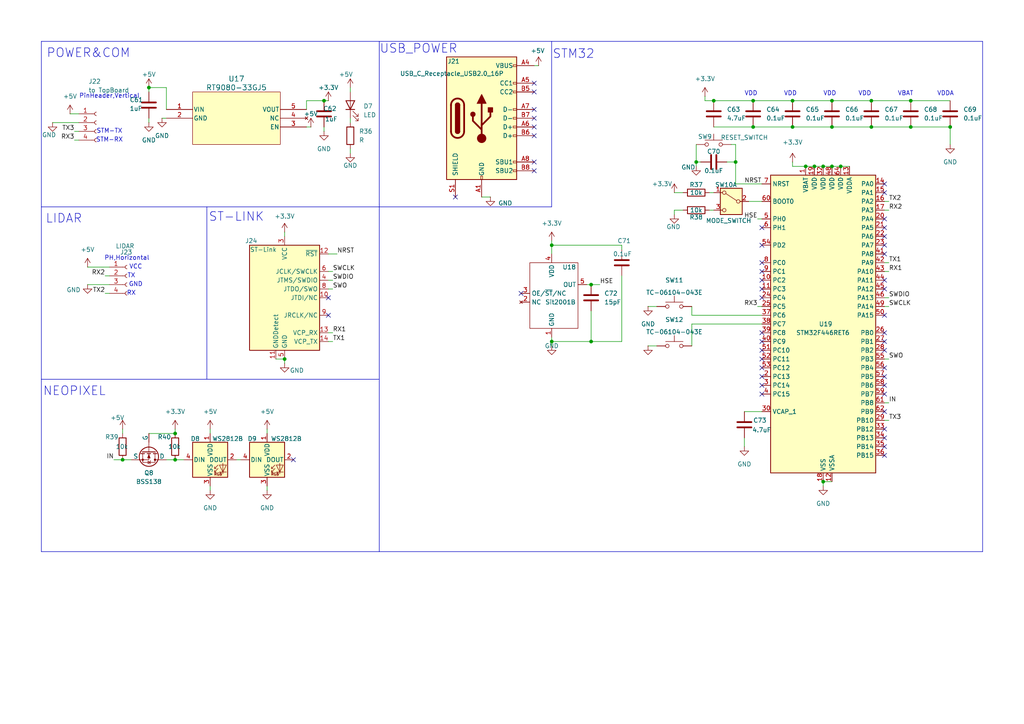
<source format=kicad_sch>
(kicad_sch (version 20231120) (generator "eeschema") (generator_version "8.0")
  (paper "A4")
  (title_block (rev "2"))
  (lib_symbols
    (symbol "+5V_1" (power) (pin_numbers hide) (pin_names (offset 0) hide)
      (property "Value" "+5V" (at 0 3.556 0))
      (symbol "+5V_1_0_1"
        (polyline (pts (xy -0.762 1.27) (xy 0 2.54)))
        (polyline (pts (xy 0 0) (xy 0 2.54)))
        (polyline (pts (xy 0 2.54) (xy 0.762 1.27)))
      )
      (symbol "+5V_1_1_1"
        (pin power_in line (at 0 0 90) (length 0) (name "~") (number "1"))
      )
    )
    (symbol "+5V_2" (power) (pin_numbers hide) (pin_names (offset 0) hide)
      (property "Value" "+5V" (at 0 3.556 0))
      (symbol "+5V_2_0_1"
        (polyline (pts (xy -0.762 1.27) (xy 0 2.54)))
        (polyline (pts (xy 0 0) (xy 0 2.54)))
        (polyline (pts (xy 0 2.54) (xy 0.762 1.27)))
      )
      (symbol "+5V_2_1_1"
        (pin power_in line (at 0 0 90) (length 0) (name "~") (number "1"))
      )
    )
    (symbol "+5V_3" (power) (pin_numbers hide) (pin_names (offset 0) hide)
      (property "Value" "+5V" (at 0 3.556 0))
      (symbol "+5V_3_0_1"
        (polyline (pts (xy -0.762 1.27) (xy 0 2.54)))
        (polyline (pts (xy 0 0) (xy 0 2.54)))
        (polyline (pts (xy 0 2.54) (xy 0.762 1.27)))
      )
      (symbol "+5V_3_1_1"
        (pin power_in line (at 0 0 90) (length 0) (name "~") (number "1"))
      )
    )
    (symbol "Connector:Conn_01x04_Socket" (pin_names (offset 1.016) hide)
      (property "Reference" "J" (at 0 5.08 0))
      (property "Value" "Conn_01x04_Socket" (at 0 -7.62 0))
      (symbol "Conn_01x04_Socket_1_1"
        (arc (start 0 -4.572) (mid -0.5058 -5.08) (end 0 -5.588) (stroke (width 0.1524)))
        (arc (start 0 -2.032) (mid -0.5058 -2.54) (end 0 -3.048) (stroke (width 0.1524)))
        (polyline (pts (xy -1.27 -5.08) (xy -0.508 -5.08)) (stroke (width 0.1524)))
        (polyline (pts (xy -1.27 -2.54) (xy -0.508 -2.54)) (stroke (width 0.1524)))
        (polyline (pts (xy -1.27 0) (xy -0.508 0)) (stroke (width 0.1524)))
        (polyline (pts (xy -1.27 2.54) (xy -0.508 2.54)) (stroke (width 0.1524)))
        (arc (start 0 0.508) (mid -0.5058 0) (end 0 -0.508) (stroke (width 0.1524)))
        (arc (start 0 3.048) (mid -0.5058 2.54) (end 0 2.032) (stroke (width 0.1524)))
        (pin passive line (at -5.08 2.54 0) (length 3.81) (name "Pin_1") (number "1"))
        (pin passive line (at -5.08 0 0) (length 3.81) (name "Pin_2") (number "2"))
        (pin passive line (at -5.08 -2.54 0) (length 3.81) (name "Pin_3") (number "3"))
        (pin passive line (at -5.08 -5.08 0) (length 3.81) (name "Pin_4") (number "4"))
      )
    )
    (symbol "Connector:Conn_ST_STDC14"
      (property "Reference" "J" (at -8.89 16.51 0))
      (property "Value" "Conn_ST_STDC14" (at 17.78 16.51 0))
      (symbol "Conn_ST_STDC14_0_1"
        (rectangle (start -10.16 15.24) (end 10.16 -15.24) (stroke (width 0.254)) (fill (type background)))
      )
      (symbol "Conn_ST_STDC14_1_1"
        (pin no_connect line (at -10.16 5.08 0) (length 2.54) hide (name "NC") (number "1"))
        (pin output line (at 12.7 0 180) (length 2.54) (name "JTDI/NC") (number "10"))
        (pin passive line (at -2.54 -17.78 90) (length 2.54) (name "GNDDetect") (number "11"))
        (pin open_collector line (at 12.7 12.7 180) (length 2.54) (name "~{RST}") (number "12"))
        (pin output line (at 12.7 -10.16 180) (length 2.54) (name "VCP_RX") (number "13"))
        (pin input line (at 12.7 -12.7 180) (length 2.54) (name "VCP_TX") (number "14"))
        (pin no_connect line (at -10.16 2.54 0) (length 2.54) hide (name "NC") (number "2"))
        (pin power_in line (at 0 17.78 270) (length 2.54) (name "VCC") (number "3"))
        (pin bidirectional line (at 12.7 5.08 180) (length 2.54) (name "JTMS/SWDIO") (number "4"))
        (pin power_in line (at 0 -17.78 90) (length 2.54) (name "GND") (number "5"))
        (pin output line (at 12.7 7.62 180) (length 2.54) (name "JCLK/SWCLK") (number "6"))
        (pin passive line (at 0 -17.78 90) (length 2.54) hide (name "GND") (number "7"))
        (pin input line (at 12.7 2.54 180) (length 2.54) (name "JTDO/SWO") (number "8"))
        (pin input line (at 12.7 -5.08 180) (length 2.54) (name "JRCLK/NC") (number "9"))
      )
    )
    (symbol "Connector:USB_C_Receptacle_USB2.0_16P" (pin_names (offset 1.016))
      (property "Reference" "J" (at 0 22.225 0))
      (property "Value" "USB_C_Receptacle_USB2.0_16P" (at 0 19.685 0))
      (symbol "USB_C_Receptacle_USB2.0_16P_0_0"
        (rectangle (start -0.254 -17.78) (end 0.254 -16.764))
        (rectangle (start 10.16 -14.986) (end 9.144 -15.494))
        (rectangle (start 10.16 -12.446) (end 9.144 -12.954))
        (rectangle (start 10.16 -4.826) (end 9.144 -5.334))
        (rectangle (start 10.16 -2.286) (end 9.144 -2.794))
        (rectangle (start 10.16 0.254) (end 9.144 -0.254))
        (rectangle (start 10.16 2.794) (end 9.144 2.286))
        (rectangle (start 10.16 7.874) (end 9.144 7.366))
        (rectangle (start 10.16 10.414) (end 9.144 9.906))
        (rectangle (start 10.16 15.494) (end 9.144 14.986))
      )
      (symbol "USB_C_Receptacle_USB2.0_16P_0_1"
        (rectangle (start -10.16 17.78) (end 10.16 -17.78) (stroke (width 0.254)) (fill (type background)))
        (arc (start -8.89 -3.81) (mid -6.985 -5.7067) (end -5.08 -3.81) (stroke (width 0.508)))
        (arc (start -7.62 -3.81) (mid -6.985 -4.4423) (end -6.35 -3.81) (stroke (width 0.254)))
        (arc (start -7.62 -3.81) (mid -6.985 -4.4423) (end -6.35 -3.81) (stroke (width 0.254)) (fill (type outline)))
        (rectangle (start -7.62 -3.81) (end -6.35 3.81) (stroke (width 0.254)) (fill (type outline)))
        (arc (start -6.35 3.81) (mid -6.985 4.4423) (end -7.62 3.81) (stroke (width 0.254)))
        (arc (start -6.35 3.81) (mid -6.985 4.4423) (end -7.62 3.81) (stroke (width 0.254)) (fill (type outline)))
        (arc (start -5.08 3.81) (mid -6.985 5.7067) (end -8.89 3.81) (stroke (width 0.508)))
        (circle (center -2.54 1.143) (radius 0.635) (stroke (width 0.254)) (fill (type outline)))
        (circle (center 0 -5.842) (radius 1.27) (fill (type outline)))
        (polyline (pts (xy -8.89 -3.81) (xy -8.89 3.81)) (stroke (width 0.508)))
        (polyline (pts (xy -5.08 3.81) (xy -5.08 -3.81)) (stroke (width 0.508)))
        (polyline (pts (xy 0 -5.842) (xy 0 4.318)) (stroke (width 0.508)))
        (polyline (pts (xy 0 -3.302) (xy -2.54 -0.762) (xy -2.54 0.508)) (stroke (width 0.508)))
        (polyline (pts (xy 0 -2.032) (xy 2.54 0.508) (xy 2.54 1.778)) (stroke (width 0.508)))
        (polyline (pts (xy -1.27 4.318) (xy 0 6.858) (xy 1.27 4.318) (xy -1.27 4.318)) (stroke (width 0.254)) (fill (type outline)))
        (rectangle (start 1.905 1.778) (end 3.175 3.048) (stroke (width 0.254)) (fill (type outline)))
      )
      (symbol "USB_C_Receptacle_USB2.0_16P_1_1"
        (pin passive line (at 0 -22.86 90) (length 5.08) (name "GND") (number "A1"))
        (pin passive line (at 0 -22.86 90) (length 5.08) hide (name "GND") (number "A12"))
        (pin passive line (at 15.24 15.24 180) (length 5.08) (name "VBUS") (number "A4"))
        (pin bidirectional line (at 15.24 10.16 180) (length 5.08) (name "CC1") (number "A5"))
        (pin bidirectional line (at 15.24 -2.54 180) (length 5.08) (name "D+") (number "A6"))
        (pin bidirectional line (at 15.24 2.54 180) (length 5.08) (name "D-") (number "A7"))
        (pin bidirectional line (at 15.24 -12.7 180) (length 5.08) (name "SBU1") (number "A8"))
        (pin passive line (at 15.24 15.24 180) (length 5.08) hide (name "VBUS") (number "A9"))
        (pin passive line (at 0 -22.86 90) (length 5.08) hide (name "GND") (number "B1"))
        (pin passive line (at 0 -22.86 90) (length 5.08) hide (name "GND") (number "B12"))
        (pin passive line (at 15.24 15.24 180) (length 5.08) hide (name "VBUS") (number "B4"))
        (pin bidirectional line (at 15.24 7.62 180) (length 5.08) (name "CC2") (number "B5"))
        (pin bidirectional line (at 15.24 -5.08 180) (length 5.08) (name "D+") (number "B6"))
        (pin bidirectional line (at 15.24 0 180) (length 5.08) (name "D-") (number "B7"))
        (pin bidirectional line (at 15.24 -15.24 180) (length 5.08) (name "SBU2") (number "B8"))
        (pin passive line (at 15.24 15.24 180) (length 5.08) hide (name "VBUS") (number "B9"))
        (pin passive line (at -7.62 -22.86 90) (length 5.08) (name "SHIELD") (number "S1"))
      )
    )
    (symbol "Device:C" (pin_numbers hide) (pin_names (offset 0.254))
      (property "Reference" "C" (at 0.635 2.54 0))
      (property "Value" "C" (at 0.635 -2.54 0))
      (symbol "C_0_1"
        (polyline (pts (xy -2.032 -0.762) (xy 2.032 -0.762)) (stroke (width 0.508)))
        (polyline (pts (xy -2.032 0.762) (xy 2.032 0.762)) (stroke (width 0.508)))
      )
      (symbol "C_1_1"
        (pin passive line (at 0 3.81 270) (length 2.794) (name "~") (number "1"))
        (pin passive line (at 0 -3.81 90) (length 2.794) (name "~") (number "2"))
      )
    )
    (symbol "Device:LED" (pin_numbers hide) (pin_names (offset 1.016) hide)
      (property "Reference" "D" (at 0 2.54 0))
      (property "Value" "LED" (at 0 -2.54 0))
      (symbol "LED_0_1"
        (polyline (pts (xy -1.27 -1.27) (xy -1.27 1.27)) (stroke (width 0.254)))
        (polyline (pts (xy -1.27 0) (xy 1.27 0)))
        (polyline (pts (xy 1.27 -1.27) (xy 1.27 1.27) (xy -1.27 0) (xy 1.27 -1.27)) (stroke (width 0.254)))
        (polyline (pts (xy -3.048 -0.762) (xy -4.572 -2.286) (xy -3.81 -2.286) (xy -4.572 -2.286) (xy -4.572 -1.524)))
        (polyline (pts (xy -1.778 -0.762) (xy -3.302 -2.286) (xy -2.54 -2.286) (xy -3.302 -2.286) (xy -3.302 -1.524)))
      )
      (symbol "LED_1_1"
        (pin passive line (at -3.81 0 0) (length 2.54) (name "K") (number "1"))
        (pin passive line (at 3.81 0 180) (length 2.54) (name "A") (number "2"))
      )
    )
    (symbol "Device:R" (pin_numbers hide) (pin_names (offset 0))
      (property "Reference" "R" (at 2.032 0 90))
      (property "Value" "R" (at 0 0 90))
      (symbol "R_0_1"
        (rectangle (start -1.016 -2.54) (end 1.016 2.54) (stroke (width 0.254)))
      )
      (symbol "R_1_1"
        (pin passive line (at 0 3.81 270) (length 1.27) (name "~") (number "1"))
        (pin passive line (at 0 -3.81 90) (length 1.27) (name "~") (number "2"))
      )
    )
    (symbol "LED:WS2812B" (pin_names (offset 0.254))
      (property "Reference" "D" (at 5.08 5.715 0))
      (property "Value" "WS2812B" (at 1.27 -5.715 0))
      (symbol "WS2812B_0_0"
        (text "RGB" (at 2.286 -4.191 0) (effects (font (size 0.762 0.762))))
      )
      (symbol "WS2812B_0_1"
        (polyline (pts (xy 1.27 -3.556) (xy 1.778 -3.556)))
        (polyline (pts (xy 1.27 -2.54) (xy 1.778 -2.54)))
        (polyline (pts (xy 4.699 -3.556) (xy 2.667 -3.556)))
        (polyline (pts (xy 2.286 -2.54) (xy 1.27 -3.556) (xy 1.27 -3.048)))
        (polyline (pts (xy 2.286 -1.524) (xy 1.27 -2.54) (xy 1.27 -2.032)))
        (polyline (pts (xy 3.683 -1.016) (xy 3.683 -3.556) (xy 3.683 -4.064)))
        (polyline (pts (xy 4.699 -1.524) (xy 2.667 -1.524) (xy 3.683 -3.556) (xy 4.699 -1.524)))
        (rectangle (start 5.08 5.08) (end -5.08 -5.08) (stroke (width 0.254)) (fill (type background)))
      )
      (symbol "WS2812B_1_1"
        (pin power_in line (at 0 7.62 270) (length 2.54) (name "VDD") (number "1"))
        (pin output line (at 7.62 0 180) (length 2.54) (name "DOUT") (number "2"))
        (pin power_in line (at 0 -7.62 90) (length 2.54) (name "VSS") (number "3"))
        (pin input line (at -7.62 0 0) (length 2.54) (name "DIN") (number "4"))
      )
    )
    (symbol "MCU_ST_STM32F4:STM32F446RETx"
      (property "Reference" "U" (at -15.24 44.45 0))
      (property "Value" "STM32F446RETx" (at 10.16 44.45 0))
      (symbol "STM32F446RETx_0_1"
        (rectangle (start -15.24 -43.18) (end 15.24 43.18) (stroke (width 0.254)) (fill (type background)))
      )
      (symbol "STM32F446RETx_1_1"
        (pin power_in line (at -5.08 45.72 270) (length 2.54) (name "VBAT") (number "1"))
        (pin bidirectional line (at -17.78 12.7 0) (length 2.54) (name "PC2") (number "10"))
        (pin bidirectional line (at -17.78 10.16 0) (length 2.54) (name "PC3") (number "11"))
        (pin power_in line (at 2.54 -45.72 90) (length 2.54) (name "VSSA") (number "12"))
        (pin power_in line (at 7.62 45.72 270) (length 2.54) (name "VDDA") (number "13"))
        (pin bidirectional line (at 17.78 40.64 180) (length 2.54) (name "PA0") (number "14"))
        (pin bidirectional line (at 17.78 38.1 180) (length 2.54) (name "PA1") (number "15"))
        (pin bidirectional line (at 17.78 35.56 180) (length 2.54) (name "PA2") (number "16"))
        (pin bidirectional line (at 17.78 33.02 180) (length 2.54) (name "PA3") (number "17"))
        (pin power_in line (at 0 -45.72 90) (length 2.54) (name "VSS") (number "18"))
        (pin power_in line (at -2.54 45.72 270) (length 2.54) (name "VDD") (number "19"))
        (pin bidirectional line (at -17.78 -15.24 0) (length 2.54) (name "PC13") (number "2"))
        (pin bidirectional line (at 17.78 30.48 180) (length 2.54) (name "PA4") (number "20"))
        (pin bidirectional line (at 17.78 27.94 180) (length 2.54) (name "PA5") (number "21"))
        (pin bidirectional line (at 17.78 25.4 180) (length 2.54) (name "PA6") (number "22"))
        (pin bidirectional line (at 17.78 22.86 180) (length 2.54) (name "PA7") (number "23"))
        (pin bidirectional line (at -17.78 7.62 0) (length 2.54) (name "PC4") (number "24"))
        (pin bidirectional line (at -17.78 5.08 0) (length 2.54) (name "PC5") (number "25"))
        (pin bidirectional line (at 17.78 -2.54 180) (length 2.54) (name "PB0") (number "26"))
        (pin bidirectional line (at 17.78 -5.08 180) (length 2.54) (name "PB1") (number "27"))
        (pin bidirectional line (at 17.78 -7.62 180) (length 2.54) (name "PB2") (number "28"))
        (pin bidirectional line (at 17.78 -27.94 180) (length 2.54) (name "PB10") (number "29"))
        (pin bidirectional line (at -17.78 -17.78 0) (length 2.54) (name "PC14") (number "3"))
        (pin power_out line (at -17.78 -25.4 0) (length 2.54) (name "VCAP_1") (number "30"))
        (pin passive line (at 0 -45.72 90) (length 2.54) hide (name "VSS") (number "31"))
        (pin power_in line (at 0 45.72 270) (length 2.54) (name "VDD") (number "32"))
        (pin bidirectional line (at 17.78 -30.48 180) (length 2.54) (name "PB12") (number "33"))
        (pin bidirectional line (at 17.78 -33.02 180) (length 2.54) (name "PB13") (number "34"))
        (pin bidirectional line (at 17.78 -35.56 180) (length 2.54) (name "PB14") (number "35"))
        (pin bidirectional line (at 17.78 -38.1 180) (length 2.54) (name "PB15") (number "36"))
        (pin bidirectional line (at -17.78 2.54 0) (length 2.54) (name "PC6") (number "37"))
        (pin bidirectional line (at -17.78 0 0) (length 2.54) (name "PC7") (number "38"))
        (pin bidirectional line (at -17.78 -2.54 0) (length 2.54) (name "PC8") (number "39"))
        (pin bidirectional line (at -17.78 -20.32 0) (length 2.54) (name "PC15") (number "4"))
        (pin bidirectional line (at -17.78 -5.08 0) (length 2.54) (name "PC9") (number "40"))
        (pin bidirectional line (at 17.78 20.32 180) (length 2.54) (name "PA8") (number "41"))
        (pin bidirectional line (at 17.78 17.78 180) (length 2.54) (name "PA9") (number "42"))
        (pin bidirectional line (at 17.78 15.24 180) (length 2.54) (name "PA10") (number "43"))
        (pin bidirectional line (at 17.78 12.7 180) (length 2.54) (name "PA11") (number "44"))
        (pin bidirectional line (at 17.78 10.16 180) (length 2.54) (name "PA12") (number "45"))
        (pin bidirectional line (at 17.78 7.62 180) (length 2.54) (name "PA13") (number "46"))
        (pin passive line (at 0 -45.72 90) (length 2.54) hide (name "VSS") (number "47"))
        (pin power_in line (at 2.54 45.72 270) (length 2.54) (name "VDD") (number "48"))
        (pin bidirectional line (at 17.78 5.08 180) (length 2.54) (name "PA14") (number "49"))
        (pin bidirectional line (at -17.78 30.48 0) (length 2.54) (name "PH0") (number "5"))
        (pin bidirectional line (at 17.78 2.54 180) (length 2.54) (name "PA15") (number "50"))
        (pin bidirectional line (at -17.78 -7.62 0) (length 2.54) (name "PC10") (number "51"))
        (pin bidirectional line (at -17.78 -10.16 0) (length 2.54) (name "PC11") (number "52"))
        (pin bidirectional line (at -17.78 -12.7 0) (length 2.54) (name "PC12") (number "53"))
        (pin bidirectional line (at -17.78 22.86 0) (length 2.54) (name "PD2") (number "54"))
        (pin bidirectional line (at 17.78 -10.16 180) (length 2.54) (name "PB3") (number "55"))
        (pin bidirectional line (at 17.78 -12.7 180) (length 2.54) (name "PB4") (number "56"))
        (pin bidirectional line (at 17.78 -15.24 180) (length 2.54) (name "PB5") (number "57"))
        (pin bidirectional line (at 17.78 -17.78 180) (length 2.54) (name "PB6") (number "58"))
        (pin bidirectional line (at 17.78 -20.32 180) (length 2.54) (name "PB7") (number "59"))
        (pin bidirectional line (at -17.78 27.94 0) (length 2.54) (name "PH1") (number "6"))
        (pin input line (at -17.78 35.56 0) (length 2.54) (name "BOOT0") (number "60"))
        (pin bidirectional line (at 17.78 -22.86 180) (length 2.54) (name "PB8") (number "61"))
        (pin bidirectional line (at 17.78 -25.4 180) (length 2.54) (name "PB9") (number "62"))
        (pin passive line (at 0 -45.72 90) (length 2.54) hide (name "VSS") (number "63"))
        (pin power_in line (at 5.08 45.72 270) (length 2.54) (name "VDD") (number "64"))
        (pin input line (at -17.78 40.64 0) (length 2.54) (name "NRST") (number "7"))
        (pin bidirectional line (at -17.78 17.78 0) (length 2.54) (name "PC0") (number "8"))
        (pin bidirectional line (at -17.78 15.24 0) (length 2.54) (name "PC1") (number "9"))
      )
    )
    (symbol "RT9080-33GJ5:RT9080-33GJ5" (pin_names (offset 0.254))
      (property "Reference" "U" (at 20.32 10.16 0))
      (property "Value" "RT9080-33GJ5" (at 20.32 7.62 0))
      (symbol "RT9080-33GJ5_0_1"
        (pin power_in line (at 0 0 0) (length 7.62) (name "VIN") (number "1"))
        (pin input line (at 40.64 -5.08 180) (length 7.62) (name "EN") (number "3"))
        (pin no_connect line (at 40.64 -2.54 180) (length 7.62) (name "NC") (number "4"))
      )
      (symbol "RT9080-33GJ5_1_1"
        (rectangle (start 7.62 5.08) (end 33.02 -10.16) (fill (type background)))
        (pin power_in line (at 0 -2.54 0) (length 7.62) (name "GND") (number "2"))
        (pin power_out line (at 40.64 0 180) (length 7.62) (name "VOUT") (number "5"))
      )
    )
    (symbol "SiT2001B:Sit2001B"
      (property "Reference" "U" (at 6.35 14.605 0))
      (property "Value" "Sit2001B" (at 5.08 0 0))
      (symbol "Sit2001B_1_1"
        (rectangle (start -3.81 11.43) (end 10.16 -7.62))
        (pin power_in line (at 2.54 -10.16 90) (length 2.54) (name "GND") (number "1"))
        (pin no_connect line (at -6.35 0 0) (length 2.54) (name "NC") (number "2"))
        (pin passive line (at -6.35 2.54 0) (length 2.54) (name "OE/~{ST}/NC") (number "3"))
        (pin power_in line (at 2.54 13.97 270) (length 2.54) (name "VDD") (number "4"))
        (pin output line (at 12.7 5.08 180) (length 2.54) (name "OUT") (number "5"))
      )
    )
    (symbol "Simulation_SPICE:NMOS" (pin_numbers hide) (pin_names (offset 0))
      (property "Reference" "Q" (at 5.08 1.27 0))
      (property "Value" "NMOS" (at 5.08 -1.27 0))
      (symbol "NMOS_0_1"
        (polyline (pts (xy 0.254 0) (xy -2.54 0)))
        (polyline (pts (xy 0.254 1.905) (xy 0.254 -1.905)) (stroke (width 0.254)))
        (polyline (pts (xy 0.762 -1.27) (xy 0.762 -2.286)) (stroke (width 0.254)))
        (polyline (pts (xy 0.762 0.508) (xy 0.762 -0.508)) (stroke (width 0.254)))
        (polyline (pts (xy 0.762 2.286) (xy 0.762 1.27)) (stroke (width 0.254)))
        (polyline (pts (xy 2.54 2.54) (xy 2.54 1.778)))
        (polyline (pts (xy 2.54 -2.54) (xy 2.54 0) (xy 0.762 0)))
        (polyline (pts (xy 0.762 -1.778) (xy 3.302 -1.778) (xy 3.302 1.778) (xy 0.762 1.778)))
        (polyline (pts (xy 1.016 0) (xy 2.032 0.381) (xy 2.032 -0.381) (xy 1.016 0)) (fill (type outline)))
        (polyline (pts (xy 2.794 0.508) (xy 2.921 0.381) (xy 3.683 0.381) (xy 3.81 0.254)))
        (polyline (pts (xy 3.302 0.381) (xy 2.921 -0.254) (xy 3.683 -0.254) (xy 3.302 0.381)))
        (circle (center 1.651 0) (radius 2.794) (stroke (width 0.254)))
        (circle (center 2.54 -1.778) (radius 0.254) (fill (type outline)))
        (circle (center 2.54 1.778) (radius 0.254) (fill (type outline)))
      )
      (symbol "NMOS_1_1"
        (pin passive line (at 2.54 5.08 270) (length 2.54) (name "D") (number "1"))
        (pin input line (at -5.08 0 0) (length 2.54) (name "G") (number "2"))
        (pin passive line (at 2.54 -5.08 90) (length 2.54) (name "S") (number "3"))
      )
    )
    (symbol "Switch:SW_DPDT_x2" (pin_names (offset 0) hide)
      (property "Reference" "SW" (at 0 5.08 0))
      (property "Value" "SW_DPDT_x2" (at 0 -5.08 0))
      (symbol "SW_DPDT_x2_0_0"
        (circle (center -2.032 0) (radius 0.508))
        (circle (center 2.032 -2.54) (radius 0.508))
      )
      (symbol "SW_DPDT_x2_0_1"
        (rectangle (start -3.175 3.81) (end 3.175 -3.81) (stroke (width 0.254)) (fill (type background)))
        (polyline (pts (xy -1.524 0.254) (xy 1.5748 2.286)))
        (circle (center 2.032 2.54) (radius 0.508))
      )
      (symbol "SW_DPDT_x2_1_1"
        (pin passive line (at 5.08 2.54 180) (length 2.54) (name "A") (number "1"))
        (pin passive line (at -5.08 0 0) (length 2.54) (name "B") (number "2"))
        (pin passive line (at 5.08 -2.54 180) (length 2.54) (name "C") (number "3"))
      )
      (symbol "SW_DPDT_x2_2_1"
        (pin passive line (at 5.08 2.54 180) (length 2.54) (name "A") (number "4"))
        (pin passive line (at -5.08 0 0) (length 2.54) (name "B") (number "5"))
        (pin passive line (at 5.08 -2.54 180) (length 2.54) (name "C") (number "6"))
      )
    )
    (symbol "Switch:SW_Push" (pin_numbers hide) (pin_names (offset 1.016) hide)
      (property "Reference" "SW" (at 1.27 2.54 0))
      (property "Value" "SW_Push" (at 0 -1.524 0))
      (symbol "SW_Push_0_1"
        (circle (center -2.032 0) (radius 0.508))
        (polyline (pts (xy 0 1.27) (xy 0 3.048)))
        (polyline (pts (xy 2.54 1.27) (xy -2.54 1.27)))
        (circle (center 2.032 0) (radius 0.508))
        (pin passive line (at -5.08 0 0) (length 2.54) (name "1") (number "1"))
        (pin passive line (at 5.08 0 180) (length 2.54) (name "2") (number "2"))
      )
    )
    (symbol "power:+3.3V" (power) (pin_numbers hide) (pin_names (offset 0) hide)
      (property "Value" "+3.3V" (at 0 3.556 0))
      (symbol "+3.3V_0_1"
        (polyline (pts (xy -0.762 1.27) (xy 0 2.54)))
        (polyline (pts (xy 0 0) (xy 0 2.54)))
        (polyline (pts (xy 0 2.54) (xy 0.762 1.27)))
      )
      (symbol "+3.3V_1_1"
        (pin power_in line (at 0 0 90) (length 0) (name "~") (number "1"))
      )
    )
    (symbol "power:+5V" (power) (pin_numbers hide) (pin_names (offset 0) hide)
      (property "Value" "+5V" (at 0 3.556 0))
      (symbol "+5V_0_1"
        (polyline (pts (xy -0.762 1.27) (xy 0 2.54)))
        (polyline (pts (xy 0 0) (xy 0 2.54)))
        (polyline (pts (xy 0 2.54) (xy 0.762 1.27)))
      )
      (symbol "+5V_1_1"
        (pin power_in line (at 0 0 90) (length 0) (name "~") (number "1"))
      )
    )
    (symbol "power:GND" (power) (pin_numbers hide) (pin_names (offset 0) hide)
      (property "Value" "GND" (at 0 -3.81 0))
      (symbol "GND_0_1"
        (polyline (pts (xy 0 0) (xy 0 -1.27) (xy 1.27 -1.27) (xy 0 -2.54) (xy -1.27 -1.27) (xy 0 -1.27)))
      )
      (symbol "GND_1_1"
        (pin power_in line (at 0 0 270) (length 0) (name "~") (number "1"))
      )
    )
  )
  (junction (at 201.93 46.99))
  (junction (at 238.76 48.26))
  (junction (at 218.44 36.83))
  (junction (at 241.3 36.83))
  (junction (at 264.16 29.21))
  (junction (at 238.76 139.7))
  (junction (at 171.45 99.06))
  (junction (at 207.01 29.21))
  (junction (at 252.73 36.83))
  (junction (at 43.18 25.4))
  (junction (at 243.84 48.26))
  (junction (at 93.98 29.21))
  (junction (at 241.3 48.26))
  (junction (at 160.02 99.06))
  (junction (at 171.45 82.55))
  (junction (at 233.68 48.26))
  (junction (at 229.87 36.83))
  (junction (at 160.02 71.12))
  (junction (at 50.8 125.73))
  (junction (at 252.73 29.21))
  (junction (at 241.3 29.21))
  (junction (at 82.55 104.14))
  (junction (at 264.16 36.83))
  (junction (at 236.22 48.26))
  (junction (at 229.87 29.21))
  (junction (at 275.59 36.83))
  (junction (at 213.36 46.99))
  (junction (at 218.44 29.21))
  (junction (at 50.8 133.35))
  (junction (at 35.56 133.35))
  (no_connect (at 256.54 106.68))
  (no_connect (at 256.54 127))
  (no_connect (at 220.98 99.06))
  (no_connect (at 95.25 86.36))
  (no_connect (at 256.54 111.76))
  (no_connect (at 220.98 76.2))
  (no_connect (at 256.54 66.04))
  (no_connect (at 256.54 99.06))
  (no_connect (at 154.94 39.37))
  (no_connect (at 154.94 46.99))
  (no_connect (at 256.54 132.08))
  (no_connect (at 256.54 71.12))
  (no_connect (at 220.98 81.28))
  (no_connect (at 220.98 114.3))
  (no_connect (at 256.54 101.6))
  (no_connect (at 256.54 91.44))
  (no_connect (at 154.94 26.67))
  (no_connect (at 85.09 133.35))
  (no_connect (at 256.54 124.46))
  (no_connect (at 256.54 68.58))
  (no_connect (at 256.54 55.88))
  (no_connect (at 220.98 101.6))
  (no_connect (at 256.54 119.38))
  (no_connect (at 220.98 111.76))
  (no_connect (at 256.54 114.3))
  (no_connect (at 220.98 106.68))
  (no_connect (at 132.08 57.15))
  (no_connect (at 256.54 96.52))
  (no_connect (at 220.98 71.12))
  (no_connect (at 95.25 91.44))
  (no_connect (at 256.54 53.34))
  (no_connect (at 220.98 86.36))
  (no_connect (at 154.94 36.83))
  (no_connect (at 256.54 63.5))
  (no_connect (at 154.94 31.75))
  (no_connect (at 256.54 109.22))
  (no_connect (at 220.98 109.22))
  (no_connect (at 256.54 73.66))
  (no_connect (at 154.94 49.53))
  (no_connect (at 220.98 96.52))
  (no_connect (at 256.54 129.54))
  (no_connect (at 154.94 34.29))
  (no_connect (at 220.98 78.74))
  (no_connect (at 220.98 104.14))
  (no_connect (at 154.94 24.13))
  (no_connect (at 220.98 83.82))
  (no_connect (at 256.54 83.82))
  (no_connect (at 256.54 81.28))
  (no_connect (at 220.98 66.04))
  (no_connect (at 151.13 85.09))
  (wire (pts (xy 195.58 55.88) (xy 198.12 55.88)))
  (wire (pts (xy 215.9 127) (xy 215.9 129.54)))
  (wire (pts (xy 241.3 29.21) (xy 252.73 29.21)))
  (wire (pts (xy 217.17 58.42) (xy 220.98 58.42)))
  (wire (pts (xy 238.76 139.7) (xy 241.3 139.7)))
  (wire (pts (xy 229.87 36.83) (xy 241.3 36.83)))
  (wire (pts (xy 35.56 133.35) (xy 38.1 133.35)))
  (wire (pts (xy 60.96 140.97) (xy 60.96 142.24)))
  (wire (pts (xy 195.58 60.96) (xy 195.58 62.23)))
  (wire (pts (xy 195.58 60.96) (xy 198.12 60.96)))
  (wire (pts (xy 33.02 133.35) (xy 35.56 133.35)))
  (wire (pts (xy 256.54 88.9) (xy 257.81 88.9)))
  (wire (pts (xy 207.01 36.83) (xy 218.44 36.83)))
  (wire (pts (xy 256.54 104.14) (xy 257.81 104.14)))
  (wire (pts (xy 205.74 55.88) (xy 207.01 55.88)))
  (wire (pts (xy 213.36 46.99) (xy 213.36 53.34)))
  (wire (pts (xy 201.93 46.99) (xy 201.93 41.91)))
  (wire (pts (xy 200.66 91.44) (xy 220.98 91.44)))
  (wire (pts (xy 264.16 29.21) (xy 275.59 29.21)))
  (wire (pts (xy 201.93 46.99) (xy 201.93 48.26)))
  (wire (pts (xy 180.34 72.39) (xy 180.34 71.12)))
  (wire (pts (xy 25.4 77.47) (xy 31.75 77.47)))
  (polyline (pts (xy 110 110) (xy 110 160)))
  (wire (pts (xy 95.25 78.74) (xy 96.52 78.74)))
  (wire (pts (xy 154.94 19.05) (xy 156.21 19.05)))
  (wire (pts (xy 88.9 29.21) (xy 88.9 31.75)))
  (wire (pts (xy 252.73 36.83) (xy 264.16 36.83)))
  (polyline (pts (xy 110 160) (xy 285 160)))
  (wire (pts (xy 77.47 140.97) (xy 77.47 142.24)))
  (wire (pts (xy 50.8 124.46) (xy 50.8 125.73)))
  (wire (pts (xy 20.32 33.02) (xy 22.86 33.02)))
  (wire (pts (xy 82.55 104.14) (xy 82.55 105.41)))
  (wire (pts (xy 275.59 36.83) (xy 275.59 41.91)))
  (wire (pts (xy 252.73 29.21) (xy 264.16 29.21)))
  (polyline (pts (xy 110 110) (xy 60 110)))
  (wire (pts (xy 60.96 124.46) (xy 60.96 125.73)))
  (polyline (pts (xy 12 60) (xy 12 12)))
  (wire (pts (xy 95.25 83.82) (xy 96.52 83.82)))
  (polyline (pts (xy 110 160) (xy 12 160)))
  (wire (pts (xy 43.18 26.67) (xy 43.18 25.4)))
  (wire (pts (xy 48.26 133.35) (xy 50.8 133.35)))
  (wire (pts (xy 160.02 71.12) (xy 180.34 71.12)))
  (wire (pts (xy 160.02 99.06) (xy 160.02 100.33)))
  (wire (pts (xy 207.01 29.21) (xy 218.44 29.21)))
  (wire (pts (xy 142.24 57.15) (xy 139.7 57.15)))
  (wire (pts (xy 256.54 116.84) (xy 257.81 116.84)))
  (polyline (pts (xy 60 60) (xy 60 110)))
  (wire (pts (xy 218.44 36.83) (xy 229.87 36.83)))
  (wire (pts (xy 218.44 29.21) (xy 229.87 29.21)))
  (wire (pts (xy 43.18 34.29) (xy 43.18 35.56)))
  (wire (pts (xy 241.3 36.83) (xy 252.73 36.83)))
  (wire (pts (xy 43.18 125.73) (xy 50.8 125.73)))
  (wire (pts (xy 256.54 78.74) (xy 257.81 78.74)))
  (wire (pts (xy 82.55 67.31) (xy 82.55 68.58)))
  (wire (pts (xy 203.2 46.99) (xy 201.93 46.99)))
  (wire (pts (xy 200.66 88.9) (xy 200.66 91.44)))
  (wire (pts (xy 160.02 71.12) (xy 160.02 73.66)))
  (polyline (pts (xy 12 110) (xy 60 110)))
  (wire (pts (xy 171.45 99.06) (xy 160.02 99.06)))
  (wire (pts (xy 233.68 48.26) (xy 236.22 48.26)))
  (wire (pts (xy 95.25 99.06) (xy 96.52 99.06)))
  (wire (pts (xy 25.4 82.55) (xy 31.75 82.55)))
  (wire (pts (xy 80.01 104.14) (xy 82.55 104.14)))
  (wire (pts (xy 93.98 29.21) (xy 95.25 29.21)))
  (wire (pts (xy 171.45 90.17) (xy 171.45 99.06)))
  (wire (pts (xy 187.96 100.33) (xy 190.5 100.33)))
  (wire (pts (xy 101.6 34.29) (xy 101.6 35.56)))
  (wire (pts (xy 187.96 88.9) (xy 190.5 88.9)))
  (wire (pts (xy 35.56 124.46) (xy 35.56 125.73)))
  (wire (pts (xy 200.66 100.33) (xy 200.66 93.98)))
  (wire (pts (xy 101.6 43.18) (xy 101.6 44.45)))
  (wire (pts (xy 30.48 80.01) (xy 31.75 80.01)))
  (wire (pts (xy 204.47 29.21) (xy 207.01 29.21)))
  (wire (pts (xy 200.66 93.98) (xy 220.98 93.98)))
  (wire (pts (xy 204.47 27.94) (xy 204.47 29.21)))
  (wire (pts (xy 241.3 48.26) (xy 243.84 48.26)))
  (polyline (pts (xy 12 12) (xy 110 12)))
  (wire (pts (xy 21.59 40.64) (xy 22.86 40.64)))
  (wire (pts (xy 256.54 76.2) (xy 257.81 76.2)))
  (wire (pts (xy 50.8 133.35) (xy 53.34 133.35)))
  (wire (pts (xy 160.02 69.85) (xy 160.02 71.12)))
  (wire (pts (xy 88.9 29.21) (xy 93.98 29.21)))
  (polyline (pts (xy 160 60) (xy 110 60)))
  (polyline (pts (xy 110 60) (xy 110 110)))
  (wire (pts (xy 256.54 60.96) (xy 257.81 60.96)))
  (wire (pts (xy 21.59 38.1) (xy 22.86 38.1)))
  (wire (pts (xy 229.87 46.99) (xy 229.87 48.26)))
  (wire (pts (xy 236.22 48.26) (xy 238.76 48.26)))
  (wire (pts (xy 215.9 119.38) (xy 220.98 119.38)))
  (wire (pts (xy 95.25 73.66) (xy 97.79 73.66)))
  (polyline (pts (xy 110 12) (xy 110 60)))
  (wire (pts (xy 256.54 121.92) (xy 257.81 121.92)))
  (wire (pts (xy 229.87 29.21) (xy 241.3 29.21)))
  (wire (pts (xy 15.24 35.56) (xy 22.86 35.56)))
  (wire (pts (xy 219.71 88.9) (xy 220.98 88.9)))
  (wire (pts (xy 229.87 48.26) (xy 233.68 48.26)))
  (wire (pts (xy 30.48 85.09) (xy 31.75 85.09)))
  (wire (pts (xy 77.47 124.46) (xy 77.47 125.73)))
  (wire (pts (xy 275.59 36.83) (xy 264.16 36.83)))
  (wire (pts (xy 48.26 25.4) (xy 43.18 25.4)))
  (wire (pts (xy 95.25 81.28) (xy 96.52 81.28)))
  (wire (pts (xy 256.54 58.42) (xy 257.81 58.42)))
  (wire (pts (xy 171.45 82.55) (xy 173.99 82.55)))
  (wire (pts (xy 180.34 80.01) (xy 180.34 99.06)))
  (wire (pts (xy 160.02 97.79) (xy 160.02 99.06)))
  (wire (pts (xy 256.54 86.36) (xy 257.81 86.36)))
  (wire (pts (xy 48.26 25.4) (xy 48.26 31.75)))
  (wire (pts (xy 219.71 63.5) (xy 220.98 63.5)))
  (wire (pts (xy 101.6 25.4) (xy 101.6 26.67)))
  (wire (pts (xy 238.76 139.7) (xy 238.76 140.97)))
  (wire (pts (xy 205.74 60.96) (xy 207.01 60.96)))
  (wire (pts (xy 46.99 34.29) (xy 48.26 34.29)))
  (wire (pts (xy 95.25 96.52) (xy 96.52 96.52)))
  (wire (pts (xy 68.58 133.35) (xy 69.85 133.35)))
  (wire (pts (xy 213.36 41.91) (xy 213.36 46.99)))
  (polyline (pts (xy 110 12) (xy 285 12)))
  (polyline (pts (xy 12 160) (xy 12 110)))
  (wire (pts (xy 93.98 36.83) (xy 93.98 38.1)))
  (wire (pts (xy 212.09 41.91) (xy 213.36 41.91)))
  (wire (pts (xy 88.9 36.83) (xy 90.17 36.83)))
  (polyline (pts (xy 160 12) (xy 160 60)))
  (wire (pts (xy 180.34 99.06) (xy 171.45 99.06)))
  (wire (pts (xy 243.84 48.26) (xy 246.38 48.26)))
  (wire (pts (xy 170.18 82.55) (xy 171.45 82.55)))
  (wire (pts (xy 238.76 48.26) (xy 241.3 48.26)))
  (polyline (pts (xy 12 60) (xy 12 110)))
  (polyline (pts (xy 110 60) (xy 110 59)))
  (polyline (pts (xy 12 60) (xy 110 60)))
  (polyline (pts (xy 285 160) (xy 285 12)))
  (wire (pts (xy 213.36 53.34) (xy 220.98 53.34)))
  (wire (pts (xy 210.82 46.99) (xy 213.36 46.99)))
  (text "NEOPIXEL" (at 21.59 113.538 0) (effects (font (size 2.54 2.54))))
  (text "ST-LINK" (at 68.58 62.992 0) (effects (font (size 2.54 2.54))))
  (text "VDD" (at 215.9 27.94 0) (effects (font (size 1.27 1.27)) (justify left bottom)))
  (text "PinHeader,Vertical" (at 31.75 27.94 0) (effects (font (size 1.27 1.27))))
  (text "STM-TX" (at 31.75 38.1 0) (effects (font (size 1.27 1.27))))
  (text "LIDAR" (at 18.542 63.5 0) (effects (font (size 2.54 2.54))))
  (text "VDD" (at 248.92 27.94 0) (effects (font (size 1.27 1.27)) (justify left bottom)))
  (text "USB_POWER" (at 121.412 14.224 0) (effects (font (size 2.54 2.54))))
  (text "VDD" (at 227.33 27.94 0) (effects (font (size 1.27 1.27)) (justify left bottom)))
  (text "TX" (at 38.1 80.01 0) (effects (font (size 1.27 1.27))))
  (text "VDDA" (at 271.78 27.94 0) (effects (font (size 1.27 1.27)) (justify left bottom)))
  (text "GND" (at 39.37 82.55 0) (effects (font (size 1.27 1.27))))
  (text "VCC" (at 39.37 77.47 0) (effects (font (size 1.27 1.27))))
  (text "RX" (at 38.1 85.09 0) (effects (font (size 1.27 1.27))))
  (text "VDD" (at 238.76 27.94 0) (effects (font (size 1.27 1.27)) (justify left bottom)))
  (text "STM32" (at 166.37 15.748 0) (effects (font (size 2.54 2.54))))
  (text "PH,Horizontal" (at 36.83 74.93 0) (effects (font (size 1.27 1.27))))
  (text "POWER&COM" (at 25.654 15.494 0) (effects (font (size 2.54 2.54))))
  (text "VBAT" (at 260.35 27.94 0) (effects (font (size 1.27 1.27)) (justify left bottom)))
  (text "STM-RX" (at 31.75 40.64 0) (effects (font (size 1.27 1.27))))
  (label "SWO" (at 96.52 83.82 0))
  (label "SWDIO" (at 96.52 81.28 0))
  (label "TX2" (at 257.81 58.42 0))
  (label "HSE" (at 219.71 63.5 180))
  (label "SWO" (at 257.81 104.14 0))
  (label "SWDIO" (at 257.81 86.36 0))
  (label "RX1" (at 257.81 78.74 0))
  (label "SWCLK" (at 96.52 78.74 0))
  (label "IN" (at 33.02 133.35 180))
  (label "TX2" (at 30.48 85.09 180))
  (label "TX1" (at 257.81 76.2 0))
  (label "TX1" (at 96.52 99.06 0))
  (label "NRST" (at 97.79 73.66 0))
  (label "RX3" (at 219.71 88.9 180))
  (label "HSE" (at 173.99 82.55 0))
  (label "RX1" (at 96.52 96.52 0))
  (label "RX2" (at 30.48 80.01 180))
  (label "NRST" (at 215.9 53.34 0))
  (label "RX2" (at 257.81 60.96 0))
  (label "RX3" (at 21.59 40.64 180))
  (label "SWCLK" (at 257.81 88.9 0))
  (label "IN" (at 257.81 116.84 0))
  (label "TX3" (at 21.59 38.1 180))
  (label "TX3" (at 257.81 121.92 0))
  (symbol (lib_id "power:GND") (at 142.24 57.15 0) (unit 1)
    (property "Reference" "#PWR0160" (effects (hide yes)))
    (property "Value" "GND" (at 146.558 58.928 0))
    (property "Description" "Power symbol creates a global label with name \"GND\" , ground" (effects (hide yes)))
  )
  (symbol (lib_id "Device:C") (at 180.34 76.2 0) (unit 1)
    (property "Reference" "C71" (at 179.07 69.85 0) (effects (justify left)))
    (property "Value" "0.1uF" (at 177.8 73.66 0) (effects (justify left)))
    (property "Footprint" "Capacitor_SMD:C_0402_1005Metric" (effects (hide yes)))
  )
  (symbol (lib_id "power:GND") (at 275.59 41.91 0) (unit 1)
    (property "Reference" "#PWR0155" (effects (hide yes)))
    (property "Value" "GND" (at 275.59 46.99 0))
  )
  (symbol (lib_id "Device:C") (at 218.44 33.02 0) (unit 1)
    (property "Reference" "C64" (at 222.25 31.75 0) (effects (justify left)))
    (property "Value" "0.1uF" (at 222.25 34.29 0) (effects (justify left)))
    (property "Footprint" "Capacitor_SMD:C_0402_1005Metric" (effects (hide yes)))
  )
  (symbol (lib_id "Device:R") (at 50.8 129.54 0) (unit 1)
    (property "Reference" "R40" (at 45.72 126.746 0) (effects (justify left)))
    (property "Value" "10k" (at 48.768 129.54 0) (effects (justify left)))
    (property "Footprint" "Capacitor_SMD:C_0402_1005Metric" (effects (hide yes)))
    (property "Description" "Resistor" (effects (hide yes)))
  )
  (symbol (lib_id "power:+3.3V") (at 50.8 124.46 0) (unit 1)
    (property "Reference" "#PWR0171" (effects (hide yes)))
    (property "Value" "+3.3V" (at 50.8 119.38 0))
    (property "Description" "Power symbol creates a global label with name \"+3.3V\"" (effects (hide yes)))
  )
  (symbol (lib_id "RT9080-33GJ5:RT9080-33GJ5") (at 48.26 31.75 0) (unit 1)
    (property "Reference" "U17" (at 68.58 22.86 0) (effects (font (size 1.524 1.524))))
    (property "Value" "RT9080-33GJ5" (at 68.58 25.4 0) (effects (font (size 1.524 1.524))))
    (property "Footprint" "Package_TO_SOT_SMD:TSOT-23-5" (effects (hide yes)))
    (property "Datasheet" "RT9080-33GJ5" (effects (hide yes)))
  )
  (symbol (lib_id "power:GND") (at 187.96 100.33 0) (unit 1)
    (property "Reference" "#PWR0168" (effects (hide yes)))
    (property "Value" "GND" (effects (hide yes)))
    (property "Description" "Power symbol creates a global label with name \"GND\" , ground" (effects (hide yes)))
  )
  (symbol (lib_id "power:GND") (at 201.93 48.26 0) (unit 1)
    (property "Reference" "#PWR0158" (effects (hide yes)))
    (property "Value" "GND" (at 199.644 48.514 0))
    (property "Description" "Power symbol creates a global label with name \"GND\" , ground" (effects (hide yes)))
  )
  (symbol (lib_id "power:GND") (at 238.76 140.97 0) (unit 1)
    (property "Reference" "#PWR0175" (effects (hide yes)))
    (property "Value" "GND" (at 238.76 146.05 0))
    (property "Description" "Power symbol creates a global label with name \"GND\" , ground" (effects (hide yes)))
  )
  (symbol (lib_id "power:+3.3V") (at 95.25 29.21 0) (unit 1)
    (property "Reference" "#PWR0149" (effects (hide yes)))
    (property "Value" "+3.3V" (at 95.25 25.4 0))
    (property "Description" "Power symbol creates a global label with name \"+3.3V\"" (effects (hide yes)))
  )
  (symbol (lib_id "Device:R") (at 201.93 55.88 90) (unit 1)
    (property "Reference" "R37" (at 201.93 53.594 90))
    (property "Value" "10k" (at 201.93 55.88 90))
    (property "Footprint" "Capacitor_SMD:C_0402_1005Metric" (effects (hide yes)))
    (property "Description" "Resistor" (effects (hide yes)))
  )
  (symbol (lib_id "power:+5V") (at 101.6 25.4 0) (unit 1)
    (property "Reference" "#PWR0147" (effects (hide yes)))
    (property "Value" "+5V" (at 100.33 21.59 0))
    (property "Description" "Power symbol creates a global label with name \"+5V\"" (effects (hide yes)))
  )
  (symbol (lib_id "power:GND") (at 82.55 105.41 0) (unit 1)
    (property "Reference" "#PWR0169" (effects (hide yes)))
    (property "Value" "GND" (at 86.106 107.442 0))
    (property "Description" "Power symbol creates a global label with name \"GND\" , ground" (effects (hide yes)))
  )
  (symbol (lib_id "Simulation_SPICE:NMOS") (at 43.18 130.81 270) (unit 1)
    (property "Reference" "Q8" (at 43.18 137.16 90))
    (property "Value" "BSS138" (at 43.18 139.7 90))
    (property "Footprint" "Package_TO_SOT_SMD:SOT-23" (effects (hide yes)))
    (property "Datasheet" "https://ngspice.sourceforge.io/docs/ngspice-html-manual/manual.xhtml#cha_MOSFETs" (effects (hide yes)))
    (property "Description" "N-MOSFET transistor, drain/source/gate" (effects (hide yes)))
    (property "Sim.Device" "NMOS" (effects (hide yes)))
    (property "Sim.Type" "VDMOS" (effects (hide yes)))
    (property "Sim.Pins" "1=D 2=G 3=S" (effects (hide yes)))
  )
  (symbol (lib_id "Device:C") (at 241.3 33.02 0) (unit 1)
    (property "Reference" "C66" (at 245.11 31.75 0) (effects (justify left)))
    (property "Value" "0.1uF" (at 245.11 34.29 0) (effects (justify left)))
    (property "Footprint" "Capacitor_SMD:C_0402_1005Metric" (effects (hide yes)))
  )
  (symbol (lib_id "power:+3.3V") (at 204.47 27.94 0) (unit 1)
    (property "Reference" "#PWR0148" (effects (hide yes)))
    (property "Value" "+3.3V" (at 204.47 22.86 0))
    (property "Description" "Power symbol creates a global label with name \"+3.3V\"" (effects (hide yes)))
  )
  (symbol (lib_id "Connector:Conn_01x04_Socket") (at 27.94 35.56 0) (unit 1)
    (property "Reference" "J22" (at 25.654 23.622 0) (effects (justify left)))
    (property "Value" "to TopBoard" (at 25.654 26.162 0) (effects (justify left)))
    (property "Footprint" "Connector_PinHeader_2.54mm:PinHeader_1x04_P2.54mm_Vertical" (effects (hide yes)))
    (property "Description" "Generic connector, single row, 01x04, script generated" (effects (hide yes)))
  )
  (symbol (lib_id "power:+3.3V") (at 160.02 69.85 0) (unit 1)
    (property "Reference" "#PWR0163" (effects (hide yes)))
    (property "Value" "+3.3V" (at 160.02 64.77 0))
  )
  (symbol (lib_id "MCU_ST_STM32F4:STM32F446RETx") (at 238.76 93.98 0) (unit 1)
    (property "Reference" "U19" (at 237.49 93.98 0) (effects (justify left)))
    (property "Value" "STM32F446RET6" (at 230.886 96.52 0) (effects (justify left)))
    (property "Footprint" "Package_QFP:LQFP-64_10x10mm_P0.5mm" (effects (hide yes)))
    (property "Datasheet" "https://www.st.com/resource/en/datasheet/stm32f446re.pdf" (effects (hide yes)))
    (property "Description" "STMicroelectronics Arm Cortex-M4 MCU, 512KB flash, 128KB RAM, 180 MHz, 1.8-3.6V, 50 GPIO, LQFP64" (effects (hide yes)))
  )
  (symbol (lib_id "Switch:SW_DPDT_x2") (at 212.09 58.42 0) (mirror y) (unit 1)
    (property "Reference" "SW10" (at 210.566 53.594 0))
    (property "Value" "MODE_SWITCH" (at 211.328 64.008 0))
    (property "Footprint" "SSSS213202:SSSS213202" (effects (hide yes)))
    (property "Description" "Switch, dual pole double throw, separate symbols" (effects (hide yes)))
  )
  (symbol (lib_id "Device:LED") (at 101.6 30.48 90) (unit 1)
    (property "Reference" "D7" (at 105.41 30.7974 90) (effects (justify right)))
    (property "Value" "LED" (at 105.41 33.3374 90) (effects (justify right)))
    (property "Footprint" "Diode_SMD:D_0603_1608Metric" (effects (hide yes)))
    (property "Description" "Light emitting diode" (effects (hide yes)))
  )
  (symbol (lib_id "SiT2001B:Sit2001B") (at 157.48 87.63 0) (unit 1)
    (property "Reference" "U18" (at 165.1 77.47 0))
    (property "Value" "Sit2001B" (at 162.56 87.63 0))
    (property "Footprint" "Package_TO_SOT_SMD:SOT-23-5" (effects (hide yes)))
  )
  (symbol (lib_id "Device:C") (at 171.45 86.36 0) (unit 1)
    (property "Reference" "C72" (at 175.26 85.09 0) (effects (justify left)))
    (property "Value" "15pF" (at 175.26 87.63 0) (effects (justify left)))
    (property "Footprint" "Capacitor_SMD:C_0402_1005Metric" (effects (hide yes)))
  )
  (symbol (lib_id "Connector:Conn_01x04_Socket") (at 36.83 80.01 0) (unit 1)
    (property "Reference" "J23" (at 34.798 73.152 0) (effects (justify left)))
    (property "Value" "LIDAR" (at 33.528 71.374 0) (effects (justify left)))
    (property "Footprint" "Connector_JST:JST_PH_S4B-PH-K_1x04_P2.00mm_Horizontal" (effects (hide yes)))
    (property "Description" "Generic connector, single row, 01x04, script generated" (effects (hide yes)))
  )
  (symbol (lib_id "power:+3.3V") (at 195.58 55.88 0) (unit 1)
    (property "Reference" "#PWR0159" (effects (hide yes)))
    (property "Value" "+3.3V" (at 192.024 53.34 0))
    (property "Description" "Power symbol creates a global label with name \"+3.3V\"" (effects (hide yes)))
  )
  (symbol (lib_id "Device:C") (at 93.98 33.02 0) (unit 1)
    (property "Reference" "C62" (at 93.726 31.496 0) (effects (justify left)))
    (property "Value" "1uF" (at 94.234 34.544 0) (effects (justify left)))
    (property "Footprint" "Capacitor_SMD:C_0402_1005Metric" (effects (hide yes)))
    (property "Description" "Unpolarized capacitor" (effects (hide yes)))
  )
  (symbol (lib_id "Switch:SW_Push") (at 195.58 88.9 0) (unit 1)
    (property "Reference" "SW11" (at 195.58 81.28 0))
    (property "Value" "TC-06104-043E" (at 195.58 84.836 0))
    (property "Footprint" "Button_Switch_SMD:SW_Push_1P1T_NO_6x6mm_H9.5mm" (effects (hide yes)))
    (property "Description" "Push button switch, generic, two pins" (effects (hide yes)))
  )
  (symbol (lib_id "power:GND") (at 25.4 82.55 0) (unit 1)
    (property "Reference" "#PWR0165" (effects (hide yes)))
    (property "Value" "GND" (at 21.336 84.074 0))
    (property "Description" "Power symbol creates a global label with name \"GND\" , ground" (effects (hide yes)))
  )
  (symbol (lib_id "Device:C") (at 252.73 33.02 0) (unit 1)
    (property "Reference" "C67" (at 256.54 31.75 0) (effects (justify left)))
    (property "Value" "0.1uF" (at 256.54 34.29 0) (effects (justify left)))
    (property "Footprint" "Capacitor_SMD:C_0402_1005Metric" (effects (hide yes)))
  )
  (symbol (lib_id "power:+5V") (at 90.17 36.83 0) (unit 1)
    (property "Reference" "#PWR0153" (effects (hide yes)))
    (property "Value" "+5V" (at 90.17 33.02 0))
    (property "Description" "Power symbol creates a global label with name \"+5V\"" (effects (hide yes)))
  )
  (symbol (lib_id "Connector:Conn_ST_STDC14") (at 82.55 86.36 0) (unit 1)
    (property "Reference" "J24" (at 74.676 69.85 0) (effects (justify right)))
    (property "Value" "ST-Link" (at 80.264 72.39 0) (effects (justify right)))
    (property "Footprint" "STDC14:CONN14_3220-14_CNC" (effects (hide yes)))
    (property "Datasheet" "https://www.st.com/content/ccc/resource/technical/document/user_manual/group1/99/49/91/b6/b2/3a/46/e5/DM00526767/files/DM00526767.pdf/jcr:content/translations/en.DM00526767.pdf" (effects (hide yes)))
    (property "Description" "ST Debug Connector, standard ARM Cortex-M SWD and JTAG interface plus UART" (effects (hide yes)))
  )
  (symbol (lib_id "Device:R") (at 35.56 129.54 0) (unit 1)
    (property "Reference" "R39" (at 30.48 126.746 0) (effects (justify left)))
    (property "Value" "10k" (at 33.528 129.54 0) (effects (justify left)))
    (property "Footprint" "Capacitor_SMD:C_0402_1005Metric" (effects (hide yes)))
    (property "Description" "Resistor" (effects (hide yes)))
  )
  (symbol (lib_id "Device:C") (at 207.01 33.02 0) (unit 1)
    (property "Reference" "C63" (at 210.82 31.75 0) (effects (justify left)))
    (property "Value" "4.7uF" (at 210.82 34.29 0) (effects (justify left)))
    (property "Footprint" "Capacitor_SMD:C_0402_1005Metric" (effects (hide yes)))
  )
  (symbol (lib_id "Device:C") (at 215.9 123.19 0) (unit 1)
    (property "Reference" "C73" (at 218.44 121.92 0) (effects (justify left)))
    (property "Value" "4.7uF" (at 218.186 124.714 0) (effects (justify left)))
    (property "Footprint" "Capacitor_SMD:C_0402_1005Metric" (effects (hide yes)))
    (property "Description" "Unpolarized capacitor" (effects (hide yes)))
  )
  (symbol (lib_id "Device:R") (at 201.93 60.96 90) (unit 1)
    (property "Reference" "R38" (at 201.93 62.992 90))
    (property "Value" "10k" (at 201.93 60.96 90))
    (property "Footprint" "Capacitor_SMD:C_0402_1005Metric" (effects (hide yes)))
    (property "Description" "Resistor" (effects (hide yes)))
  )
  (symbol (lib_id "LED:WS2812B") (at 60.96 133.35 0) (unit 1)
    (property "Reference" "D8" (at 56.642 127.254 0))
    (property "Value" "WS2812B" (at 66.04 127.254 0))
    (property "Footprint" "LED_SMD:LED_WS2812B_PLCC4_5.0x5.0mm_P3.2mm" (effects (hide yes)))
    (property "Datasheet" "https://cdn-shop.adafruit.com/datasheets/WS2812B.pdf" (effects (hide yes)))
    (property "Description" "RGB LED with integrated controller" (effects (hide yes)))
  )
  (symbol (lib_id "Device:C") (at 229.87 33.02 0) (unit 1)
    (property "Reference" "C65" (at 233.68 31.75 0) (effects (justify left)))
    (property "Value" "0.1uF" (at 233.68 34.29 0) (effects (justify left)))
    (property "Footprint" "Capacitor_SMD:C_0402_1005Metric" (effects (hide yes)))
  )
  (symbol (lib_id "Connector:USB_C_Receptacle_USB2.0_16P") (at 139.7 34.29 0) (unit 1)
    (property "Reference" "J21" (at 131.572 17.78 0))
    (property "Value" "USB_C_Receptacle_USB2.0_16P" (at 131.064 21.336 0))
    (property "Footprint" "Connector_USB:USB_C_Receptacle_G-Switch_GT-USB-7010ASV" (effects (hide yes)))
    (property "Datasheet" "https://www.usb.org/sites/default/files/documents/usb_type-c.zip" (effects (hide yes)))
    (property "Description" "USB 2.0-only 16P Type-C Receptacle connector" (effects (hide yes)))
  )
  (symbol (lib_id "power:GND") (at 77.47 142.24 0) (unit 1)
    (property "Reference" "#PWR0177" (effects (hide yes)))
    (property "Value" "GND" (at 77.47 147.32 0))
    (property "Description" "Power symbol creates a global label with name \"GND\" , ground" (effects (hide yes)))
  )
  (symbol (lib_id "power:+3.3V") (at 229.87 46.99 0) (unit 1)
    (property "Reference" "#PWR0157" (effects (hide yes)))
    (property "Value" "+3.3V" (at 229.87 41.275 0))
    (property "Description" "Power symbol creates a global label with name \"+3.3V\"" (effects (hide yes)))
  )
  (symbol (lib_id "power:+5V") (at 35.56 124.46 0) (unit 1)
    (property "Reference" "#PWR0170" (effects (hide yes)))
    (property "Value" "+5V" (at 34.036 121.158 0))
    (property "Description" "Power symbol creates a global label with name \"+5V\"" (effects (hide yes)))
  )
  (symbol (lib_id "power:GND") (at 195.58 62.23 0) (unit 1)
    (property "Reference" "#PWR0161" (effects (hide yes)))
    (property "Value" "GND" (at 195.326 65.786 0))
    (property "Description" "Power symbol creates a global label with name \"GND\" , ground" (effects (hide yes)))
  )
  (symbol (lib_name "+5V_3") (lib_id "power:+5V") (at 25.4 77.47 0) (unit 1)
    (property "Reference" "#PWR0164" (effects (hide yes)))
    (property "Value" "+5V" (at 25.4 72.39 0))
    (property "Description" "Power symbol creates a global label with name \"+5V\"" (effects (hide yes)))
  )
  (symbol (lib_id "power:GND") (at 101.6 44.45 0) (unit 1)
    (property "Reference" "#PWR0156" (effects (hide yes)))
    (property "Value" "GND" (at 101.6 48.006 0))
    (property "Description" "Power symbol creates a global label with name \"GND\" , ground" (effects (hide yes)))
  )
  (symbol (lib_id "Device:R") (at 101.6 39.37 0) (unit 1)
    (property "Reference" "R36" (at 104.14 38.0999 0) (effects (justify left)))
    (property "Value" "R" (at 104.14 40.6399 0) (effects (justify left)))
    (property "Footprint" "Capacitor_SMD:C_0402_1005Metric" (effects (hide yes)))
    (property "Description" "Resistor" (effects (hide yes)))
  )
  (symbol (lib_id "power:GND") (at 43.18 35.56 0) (unit 1)
    (property "Reference" "#PWR0209" (effects (hide yes)))
    (property "Value" "GND" (at 43.18 40.64 0))
    (property "Description" "Power symbol creates a global label with name \"GND\" , ground" (effects (hide yes)))
  )
  (symbol (lib_name "+5V_1") (lib_id "power:+5V") (at 60.96 124.46 0) (unit 1)
    (property "Reference" "#PWR0172" (effects (hide yes)))
    (property "Value" "+5V" (at 60.96 119.38 0))
    (property "Description" "Power symbol creates a global label with name \"+5V\"" (effects (hide yes)))
  )
  (symbol (lib_id "power:+5V") (at 156.21 19.05 0) (unit 1)
    (property "Reference" "#PWR0145" (effects (hide yes)))
    (property "Value" "+5V" (at 155.956 14.732 0))
    (property "Description" "Power symbol creates a global label with name \"+5V\"" (effects (hide yes)))
  )
  (symbol (lib_id "LED:WS2812B") (at 77.47 133.35 0) (unit 1)
    (property "Reference" "D9" (at 73.152 127.254 0))
    (property "Value" "WS2812B" (at 83.058 127.254 0))
    (property "Footprint" "LED_SMD:LED_WS2812B_PLCC4_5.0x5.0mm_P3.2mm" (effects (hide yes)))
    (property "Datasheet" "https://cdn-shop.adafruit.com/datasheets/WS2812B.pdf" (effects (hide yes)))
    (property "Description" "RGB LED with integrated controller" (effects (hide yes)))
  )
  (symbol (lib_id "power:GND") (at 60.96 142.24 0) (unit 1)
    (property "Reference" "#PWR0176" (effects (hide yes)))
    (property "Value" "GND" (at 60.96 147.32 0))
    (property "Description" "Power symbol creates a global label with name \"GND\" , ground" (effects (hide yes)))
  )
  (symbol (lib_id "power:GND") (at 46.99 34.29 0) (unit 1)
    (property "Reference" "#PWR0151" (effects (hide yes)))
    (property "Value" "GND" (at 46.99 39.37 0))
    (property "Description" "Power symbol creates a global label with name \"GND\" , ground" (effects (hide yes)))
  )
  (symbol (lib_id "power:GND") (at 93.98 38.1 0) (unit 1)
    (property "Reference" "#PWR0154" (effects (hide yes)))
    (property "Value" "GND" (at 93.98 43.18 0))
    (property "Description" "Power symbol creates a global label with name \"GND\" , ground" (effects (hide yes)))
  )
  (symbol (lib_id "power:GND") (at 187.96 88.9 0) (unit 1)
    (property "Reference" "#PWR0166" (effects (hide yes)))
    (property "Value" "GND" (at 187.96 93.98 0))
    (property "Description" "Power symbol creates a global label with name \"GND\" , ground" (effects (hide yes)))
  )
  (symbol (lib_id "Device:C") (at 264.16 33.02 0) (unit 1)
    (property "Reference" "C68" (at 267.97 31.75 0) (effects (justify left)))
    (property "Value" "0.1uF" (at 267.97 34.29 0) (effects (justify left)))
    (property "Footprint" "Capacitor_SMD:C_0402_1005Metric" (effects (hide yes)))
  )
  (symbol (lib_id "power:+5V") (at 43.18 25.4 0) (unit 1)
    (property "Reference" "#PWR0146" (effects (hide yes)))
    (property "Value" "+5V" (at 43.18 21.59 0))
    (property "Description" "Power symbol creates a global label with name \"+5V\"" (effects (hide yes)))
  )
  (symbol (lib_name "+5V_2") (lib_id "power:+5V") (at 77.47 124.46 0) (unit 1)
    (property "Reference" "#PWR0173" (effects (hide yes)))
    (property "Value" "+5V" (at 77.47 119.38 0))
    (property "Description" "Power symbol creates a global label with name \"+5V\"" (effects (hide yes)))
  )
  (symbol (lib_id "Switch:SW_Push") (at 195.58 100.33 0) (unit 1)
    (property "Reference" "SW12" (at 195.58 92.71 0))
    (property "Value" "TC-06104-043E" (at 195.58 96.266 0))
    (property "Footprint" "Button_Switch_SMD:SW_Push_1P1T_NO_6x6mm_H9.5mm" (effects (hide yes)))
    (property "Description" "Push button switch, generic, two pins" (effects (hide yes)))
  )
  (symbol (lib_id "power:+3.3V") (at 82.55 67.31 0) (unit 1)
    (property "Reference" "#PWR0162" (effects (hide yes)))
    (property "Value" "+3.3V" (at 82.55 62.738 0))
    (property "Description" "Power symbol creates a global label with name \"+3.3V\"" (effects (hide yes)))
  )
  (symbol (lib_id "power:GND") (at 215.9 129.54 0) (unit 1)
    (property "Reference" "#PWR0174" (effects (hide yes)))
    (property "Value" "GND" (at 215.9 134.62 0))
    (property "Description" "Power symbol creates a global label with name \"GND\" , ground" (effects (hide yes)))
  )
  (symbol (lib_id "Switch:SW_Push") (at 207.01 41.91 0) (unit 1)
    (property "Reference" "SW9" (at 204.47 39.624 0))
    (property "Value" "RESET_SWITCH" (at 215.9 39.878 0))
    (property "Footprint" "SKRPACE010:SW_SKRPACE010" (effects (hide yes)))
    (property "Description" "Push button switch, generic, two pins" (effects (hide yes)))
  )
  (symbol (lib_id "Device:C") (at 43.18 30.48 0) (unit 1)
    (property "Reference" "C61" (at 37.592 28.956 0) (effects (justify left)))
    (property "Value" "1uF" (at 37.592 31.496 0) (effects (justify left)))
    (property "Footprint" "Capacitor_SMD:C_0402_1005Metric" (effects (hide yes)))
    (property "Description" "Unpolarized capacitor" (effects (hide yes)))
  )
  (symbol (lib_id "Device:C") (at 275.59 33.02 0) (unit 1)
    (property "Reference" "C69" (at 279.4 31.75 0) (effects (justify left)))
    (property "Value" "0.1uF" (at 279.4 34.29 0) (effects (justify left)))
    (property "Footprint" "Capacitor_SMD:C_0402_1005Metric" (effects (hide yes)))
  )
  (symbol (lib_id "Device:C") (at 207.01 46.99 90) (unit 1)
    (property "Reference" "C70" (at 207.01 43.942 90))
    (property "Value" "0.1uF" (at 207.01 49.53 90))
    (property "Footprint" "Capacitor_SMD:C_0402_1005Metric" (effects (hide yes)))
    (property "Description" "Unpolarized capacitor" (effects (hide yes)))
  )
  (symbol (lib_id "power:GND") (at 160.02 100.33 0) (unit 1)
    (property "Reference" "#PWR0167" (effects (hide yes)))
    (property "Value" "GND" (at 160.02 100.33 0))
  )
  (symbol (lib_id "power:+5V") (at 20.32 33.02 0) (unit 1)
    (property "Reference" "#PWR0150" (effects (hide yes)))
    (property "Value" "+5V" (at 20.32 27.94 0))
    (property "Description" "Power symbol creates a global label with name \"+5V\"" (effects (hide yes)))
  )
  (symbol (lib_id "power:GND") (at 15.24 35.56 0) (unit 1)
    (property "Reference" "#PWR0152" (effects (hide yes)))
    (property "Value" "GND" (at 14.224 39.116 0))
    (property "Description" "Power symbol creates a global label with name \"GND\" , ground" (effects (hide yes)))
  )
)
</source>
